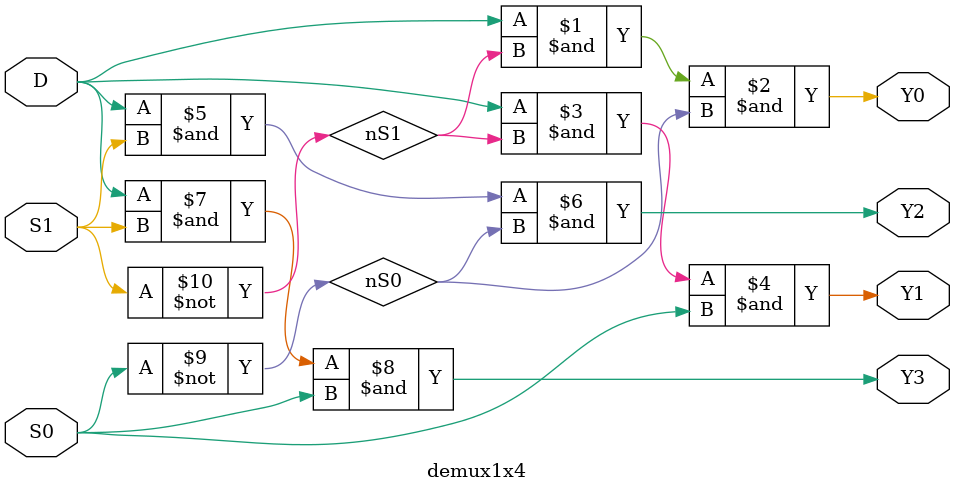
<source format=v>
module demux1x4 (
    input  wire D,
    input  wire S1, S0,
    output wire Y0, Y1, Y2, Y3
);

    wire nS0, nS1;

    // Inverters
    not (nS0, S0);
    not (nS1, S1);

    // Output logic
    and (Y0, D, nS1, nS0); // 00
    and (Y1, D, nS1, S0 ); // 01
    and (Y2, D, S1,  nS0); // 10
    and (Y3, D, S1,  S0 ); // 11

endmodule

</source>
